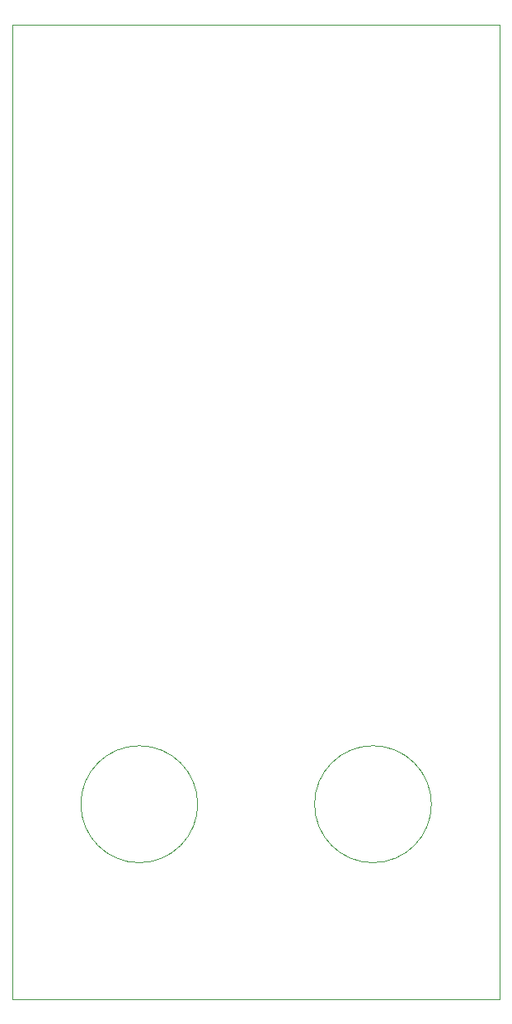
<source format=gbr>
%TF.GenerationSoftware,KiCad,Pcbnew,7.0.9*%
%TF.CreationDate,2024-05-22T12:08:37+01:00*%
%TF.ProjectId,Esp32EduModular-Acc-Panel,45737033-3245-4647-954d-6f64756c6172,rev?*%
%TF.SameCoordinates,Original*%
%TF.FileFunction,Profile,NP*%
%FSLAX46Y46*%
G04 Gerber Fmt 4.6, Leading zero omitted, Abs format (unit mm)*
G04 Created by KiCad (PCBNEW 7.0.9) date 2024-05-22 12:08:37*
%MOMM*%
%LPD*%
G01*
G04 APERTURE LIST*
%TA.AperFunction,Profile*%
%ADD10C,0.100000*%
%TD*%
G04 APERTURE END LIST*
D10*
X69000000Y-130000000D02*
G75*
G03*
X69000000Y-130000000I-6000000J0D01*
G01*
X93000000Y-130000000D02*
G75*
G03*
X93000000Y-130000000I-6000000J0D01*
G01*
X50000000Y-50000000D02*
X100000000Y-50000000D01*
X100000000Y-150000000D01*
X50000000Y-150000000D01*
X50000000Y-50000000D01*
M02*

</source>
